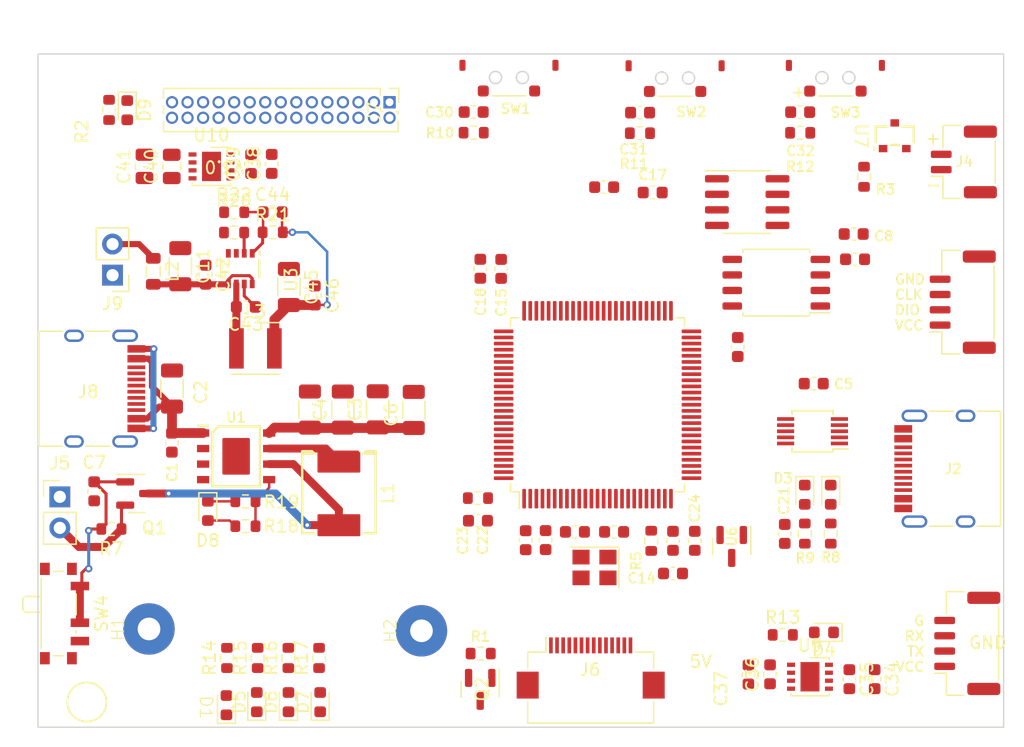
<source format=kicad_pcb>
(kicad_pcb (version 20221018) (generator pcbnew)
  (layers (0 "F.Cu" signal) (31 "B.Cu" signal) (34 "B.Paste" user) (35 "F.Paste" user) (36 "B.SilkS" user "B.Silkscreen") (37 "F.SilkS" user "F.Silkscreen") (38 "B.Mask" user) (39 "F.Mask" user) (44 "Edge.Cuts" user))
  (net 0 "")
  (net 1 "+5V")
  (net 2 "GND")
  (net 3 "VCC")
  (net 4 "LCD_3V3")
  (net 5 "/MCU/OSC_IN")
  (net 6 "/MCU/OSC_OUT")
  (net 7 "Net-(U3-EN)")
  (net 8 "/Key&LED/LED1")
  (net 9 "Net-(U5-VCAP_2)")
  (net 10 "Net-(U5-VCAP_1)")
  (net 11 "/Key&LED/LED2")
  (net 12 "/MCU/TXD")
  (net 13 "/MCU/RXD")
  (net 14 "/MCU/SWDIO")
  (net 15 "/MCU/SWCLK")
  (net 16 "/Power&Port/CAN-")
  (net 17 "/Power&Port/CAN+")
  (net 18 "/Power&Port/DP")
  (net 19 "/Power&Port/DN")
  (net 20 "/MCU/LCD_RST")
  (net 21 "/MCU/LCD_A0")
  (net 22 "/MCU/LCD_MOSI")
  (net 23 "/MCU/LCD_CLK")
  (net 24 "/MCU/LCD_CS")
  (net 25 "/MCU/RESET")
  (net 26 "Net-(U3-BST)")
  (net 27 "Net-(U3-SW)")
  (net 28 "Net-(U3-FB)")
  (net 29 "/MCU/MCU_RXD")
  (net 30 "/MCU/MCU_TXD")
  (net 31 "/MCU/CAN_TX")
  (net 32 "/MCU/CAN_RX")
  (net 33 "Net-(D1-Cathode)")
  (net 34 "/MCU/TOUCH_CLK")
  (net 35 "/MCU/TOUCH_MISO")
  (net 36 "/MCU/TOUCH_MOSI")
  (net 37 "/MCU/TOUCH_CS")
  (net 38 "/MCU/TOUCH_INT")
  (net 39 "/Flash/SPI2_CS")
  (net 40 "/Flash/SPI2_SCK")
  (net 41 "/Flash/SPI2_MISO")
  (net 42 "/Flash/SPI2_MOSI")
  (net 43 "Net-(D1-Anode)")
  (net 44 "Net-(D2-A)")
  (net 45 "/MCU/LCD_LED")
  (net 46 "/Key&LED/KEY1")
  (net 47 "/Key&LED/KEY2")
  (net 48 "Net-(D3-A)")
  (net 53 "Net-(D4-A)")
  (net 54 "Net-(D5-Cathode)")
  (net 55 "Net-(D6-Anode)")
  (net 56 "Net-(U5-BOOT0)")
  (net 66 "Net-(D7-Cathode)")
  (net 67 "Net-(J6-Pin_2)")
  (net 68 "/MCU/LCD_DC")
  (net 69 "/MCU/LCD_CS0")
  (net 70 "/MCU/VREF")
  (net 71 "/MCU/KEY4")
  (net 72 "/MCU/KEY5")
  (net 74 "/MCU/I2C3_SCL")
  (net 76 "/MCU/I2C3_SDA")
  (net 82 "/MCU/TIM1_CH1")
  (net 85 "/MCU/TIM1_CH2")
  (net 86 "/MCU/TIM4_CH2")
  (net 89 "/MCU/TIM4_CH1")
  (net 90 "/MCU/TIM3_CH2")
  (net 93 "/MCU/TIM3_CH1")
  (net 105 "/MCU/ADC1_IN1")
  (net 106 "/MCU/ADC1_IN0")
  (net 107 "/MCU/ADC1_IN14")
  (net 108 "/MCU/ADC1_IN13")
  (net 109 "/Key&LED/KEY3")
  (net 112 "/MCU/ADC1_IN12")
  (net 113 "/MCU/ADC1_IN11")
  (net 114 "Net-(U3-FS)")
  (net 119 "Net-(U1-LED1)")
  (net 120 "Net-(U1-LED2)")
  (net 121 "Net-(U1-KEY)")
  (net 122 "/Power&Port/VBAT")
  (net 123 "Net-(U1-SW)")
  (net 124 "GND1")
  (net 125 "Net-(D8-Anode)")
  (net 126 "/Power&Port/VBAT+")
  (net 127 "BATE_5V")
  (net 128 "Net-(D9-A)")
  (net 129 "G")
  (footprint "Package_DFN_QFN:DFN-8-1EP_3x3mm_P0.65mm_EP1.55x2.4mm" (layer "F.Cu") (at 124.2975 92.755)
    (fp_text reference "U10")
    (fp_text value "~")
  )
  (footprint "PCM_004_GN_MIDDLE-SEMI_SMD:SOP-8EP_3949" (layer "F.Cu") (at 126.31 116.45)
    (fp_text reference "U1")
    (fp_text value "IP5306")
  )
  (footprint "Package_TO_SOT_SMD:SOT-23" (layer "F.Cu") (at 146.26 135.4975 -90)
    (fp_text reference "Q2")
    (fp_text value "SI2301")
  )
  (footprint "Package_DFN_QFN:DFN-8-1EP_3x3mm_P0.65mm_EP1.55x2.4mm" (layer "F.Cu") (at 173.2125 134.465)
    (fp_text reference "U9")
    (fp_text value "~")
  )
  (footprint "Inductor_SMD:L_0805_2012Metric" (layer "F.Cu") (at 119.54 101.33 -90)
    (fp_text reference "L2")
    (fp_text value "600r")
  )
  (footprint "LED_SMD:LED_0603_1608Metric" (layer "F.Cu") (at 172.783 119.5875 -90)
    (fp_text reference "D3")
    (fp_text value "LED")
  )
  (footprint "Package_SO:SOIC-8_3.9x4.9mm_P1.27mm" (layer "F.Cu") (at 168.08 95.67)
    (fp_text reference "U4" hide)
    (fp_text value "TJA1051T-3")
  )
  (footprint "LED_SMD:LED_0603_1608Metric" (layer "F.Cu") (at 130.59 136.54 90)
    (fp_text reference "D6")
    (fp_text value " ")
  )
  (footprint "Capacitor_SMD:C_0603_1608Metric" (layer "F.Cu") (at 156.39 94.45)
    (fp_text reference "C9" hide)
    (fp_text value "100n" hide)
  )
  (footprint "Button_Switch_SMD:SW_SPDT_PCM12" (layer "F.Cu") (at 112.11 129.3 -90)
    (fp_text reference "SW4")
    (fp_text value "SW_SPDT")
  )
  (footprint "Capacitor_SMD:C_0603_1608Metric" (layer "F.Cu") (at 172.41 88.32 180)
    (fp_text reference "C32")
    (fp_text value "100n")
  )
  (footprint "debugger:button" (layer "F.Cu") (at 148.61 85.59 180)
    (fp_text reference "SW1")
    (fp_text value "SW_Push")
    (fp_circle (center -1.1 0.1) (end -0.6 0.1) (stroke (width 0.12)) (fill none) (layer "Edge.Cuts"))
    (fp_circle (center 1.1 0.1) (end 1.6 0.1) (stroke (width 0.12)) (fill none) (layer "Edge.Cuts"))
  )
  (footprint "PCM_003_GN_SMALL-SEMI_SMD:SOT-23" (layer "F.Cu") (at 180.1375 90.25 -90)
    (fp_text reference "U7")
    (fp_text value "pesd1can")
  )
  (footprint "Connector_FFC-FPC:Hirose_FH12-14S-0.5SH_1x14-1MP_P0.50mm_Horizontal" (layer "F.Cu") (at 155.29 133.75)
    (fp_text reference "J6")
    (fp_text value "Conn_01x14")
  )
  (footprint "Connector_JST:JST_GH_SM04B-GHS-TB_1x04-1MP_P1.25mm_Horizontal" (layer "F.Cu") (at 185.7 103.85 90)
    (fp_text reference "J3" hide)
    (fp_text value "Conn_01x04")
  )
  (footprint "Resistor_SMD:R_0603_1608Metric" (layer "F.Cu") (at 177.63 93.6 -90)
    (fp_text reference "R3")
    (fp_text value "120" hide)
  )
  (footprint "Capacitor_SMD:C_1206_3216Metric" (layer "F.Cu") (at 132.34 112.63 90)
    (fp_text reference "C10" hide)
    (fp_text value "22u")
  )
  (footprint "Capacitor_SMD:C_0603_1608Metric" (layer "F.Cu") (at 132.745 103.3 -90)
    (fp_text reference "C46")
    (fp_text value "104")
  )
  (footprint "Capacitor_SMD:C_0603_1608Metric" (layer "F.Cu") (at 146.27 101.12 90)
    (fp_text reference "C18")
    (fp_text value "100n")
  )
  (footprint "debugger:button" (layer "F.Cu") (at 175.29 85.6 180)
    (fp_text reference "SW3")
    (fp_text value "SW_Push")
    (fp_circle (center -1.1 0.1) (end -0.6 0.1) (stroke (width 0.12)) (fill none) (layer "Edge.Cuts"))
    (fp_circle (center 1.1 0.1) (end 1.6 0.1) (stroke (width 0.12)) (fill none) (layer "Edge.Cuts"))
  )
  (footprint "Capacitor_SMD:C_0603_1608Metric" (layer "F.Cu") (at 149.975 123.305 -90)
    (fp_text reference "C23")
    (fp_text value "100n")
  )
  (footprint "Capacitor_SMD:C_0603_1608Metric" (layer "F.Cu") (at 167.31 107.515 90)
    (fp_text reference "C16" hide)
    (fp_text value "2.2u")
  )
  (footprint "PCM_008_GN_POWER-CHOKE_SMD:MC-0630" (layer "F.Cu") (at 134.71 119.48 90)
    (fp_text reference "L1")
    (fp_text value "1u")
  )
  (footprint "Connector_PinHeader_1.27mm:PinHeader_2x15_P1.27mm_Vertical" (layer "F.Cu") (at 138.85 87.51 -90)
    (fp_text reference "J7")
    (fp_text value "axt430124")
  )
  (footprint "LED_SMD:LED_0603_1608Metric" (layer "F.Cu") (at 125.52 136.79 90)
    (fp_text reference "D1" hide)
    (fp_text value " ")
  )
  (footprint "Resistor_SMD:R_0603_1608Metric" (layer "F.Cu") (at 133.09 132.93 90)
    (fp_text reference "R17")
    (fp_text value "10k")
  )
  (footprint "Resistor_SMD:R_0603_1608Metric" (layer "F.Cu") (at 126.14 98.16 180)
    (fp_text reference "R20")
    (fp_text value "200K")
  )
  (footprint "Capacitor_SMD:C_0603_1608Metric" (layer "F.Cu") (at 159.325 88.36 180)
    (fp_text reference "C31")
    (fp_text value "100n")
  )
  (footprint "Capacitor_SMD:C_0603_1608Metric" (layer "F.Cu") (at 123.82 101.605 -90)
    (fp_text reference "C42")
    (fp_text value "100n")
  )
  (footprint "Resistor_SMD:R_0603_1608Metric" (layer "F.Cu") (at 127.07 120.13)
    (fp_text reference "R19")
    (fp_text value "10k")
  )
  (footprint "Capacitor_SMD:C_0603_1608Metric" (layer "F.Cu") (at 129.22 92.55 90)
    (fp_text reference "C38")
    (fp_text value "4.7u")
  )
  (footprint "Capacitor_SMD:C_0603_1608Metric" (layer "F.Cu") (at 176.895 100.345 180)
    (fp_text reference "C33" hide)
    (fp_text value "100n")
  )
  (footprint "Connector_JST:JST_GH_SM04B-GHS-TB_1x04-1MP_P1.25mm_Horizontal" (layer "F.Cu") (at 186.07 131.74 90)
    (fp_text reference "J1" hide)
    (fp_text value "Conn_01x04")
  )
  (footprint "Package_TO_SOT_SMD:SOT-23" (layer "F.Cu") (at 118.18 119.49)
    (fp_text reference "Q1")
    (fp_text value "AO3407")
  )
  (footprint "PCM_003_GN_SMALL-SEMI_SMD:SOT-23-8" (layer "F.Cu") (at 126.65 101.11 90)
    (fp_text reference "U3")
    (fp_text value "SY8303")
  )
  (footprint "Capacitor_SMD:C_0603_1608Metric" (layer "F.Cu") (at 127.53 92.56 90)
    (fp_text reference "C39")
    (fp_text value "100n")
  )
  (footprint "Connector_USB:USB_C_Receptacle_HRO_TYPE-C-31-M-12" (layer "F.Cu") (at 184.88 117.46 90)
    (fp_text reference "J2")
    (fp_text value "USB_C_Receptacle_USB2.0")
  )
  (footprint "Capacitor_SMD:C_0603_1608Metric" (layer "F.Cu") (at 171.15 122.79 -90)
    (fp_text reference "C21")
    (fp_text value "100n")
  )
  (footprint "Resistor_SMD:R_0603_1608Metric" (layer "F.Cu") (at 172.41 90.01)
    (fp_text reference "R12")
    (fp_text value "1k")
  )
  (footprint "Connector_USB:USB_C_Receptacle_HRO_TYPE-C-31-M-12" (layer "F.Cu") (at 114.11 110.92 -90)
    (fp_text reference "J8")
    (fp_text value "USB_C_Receptacle_USB2.0")
  )
  (footprint "Capacitor_SMD:C_0603_1608Metric" (layer "F.Cu") (at 151.605 123.295 -90)
    (fp_text reference "C22")
    (fp_text value "100n")
  )
  (footprint "Resistor_SMD:R_0603_1608Metric" (layer "F.Cu") (at 128.07 132.93 90)
    (fp_text reference "R15")
    (fp_text value "10k")
  )
  (footprint "Resistor_SMD:R_0603_1608Metric" (layer "F.Cu") (at 146.075 119.865)
    (fp_text reference "R6" hide)
    (fp_text value "10K")
  )
  (footprint "Resistor_SMD:R_0603_1608Metric" (layer "F.Cu") (at 170.99 131.045)
    (fp_text reference "R13")
    (fp_text value "1K")
  )
  (footprint "Inductor_SMD_Wurth:L_Wurth_WE-LQSH-4020" (layer "F.Cu") (at 127.885 107.63)
    (fp_text reference "L3")
    (fp_text value "2.2uh")
  )
  (footprint "Capacitor_SMD:C_0603_1608Metric" (layer "F.Cu") (at 169.95 134.265 90)
    (fp_text reference "C36")
    (fp_text value "4.7u")
  )
  (footprint "Capacitor_SMD:C_1206_3216Metric" (layer "F.Cu") (at 130.625 102.61 -90)
    (fp_text reference "C45")
    (fp_text value "22uf 0603")
  )
  (footprint "Capacitor_SMD:C_0603_1608Metric" (layer "F.Cu") (at 176.785 98.28)
    (fp_text reference "C8")
    (fp_text value "100n" hide)
  )
  (footprint "Capacitor_SMD:C_0603_1608Metric" (layer "F.Cu") (at 162.015 126.025 180)
    (fp_text reference "C14")
    (fp_text value "100n")
  )
  (footprint "LED_SMD:LED_0603_1608Metric" (layer "F.Cu") (at 133.18 136.54 90)
    (fp_text reference "D7")
    (fp_text value " ")
  )
  (footprint "debugger:button" (layer "F.Cu") (at 162.19 85.63 180)
    (fp_text reference "SW2")
    (fp_text value "SW_Push")
    (fp_circle (center -1.1 0.1) (end -0.6 0.1) (stroke (width 0.12)) (fill none) (layer "Edge.Cuts"))
    (fp_circle (center 1.1 0.1) (end 1.6 0.1) (stroke (width 0.12)) (fill none) (layer "Edge.Cuts"))
  )
  (footprint "Resistor_SMD:R_0603_1608Metric" (layer "F.Cu") (at 146.3 132.57 180)
    (fp_text reference "R1")
    (fp_text value "10K")
  )
  (footprint "Capacitor_SMD:C_0603_1608Metric" (layer "F.Cu") (at 168.18 134.285 90)
    (fp_text reference "C37")
    (fp_text value "100n")
  )
  (footprint "Capacitor_SMD:C_1206_3216Metric" (layer "F.Cu") (at 121.07 110.91 -90)
    (fp_text reference "C2")
    (fp_text value "10u")
  )
  (footprint "LED_SMD:LED_0603_1608Metric" (layer "F.Cu") (at 174.35 130.84 180)
    (fp_text reference "D4")
    (fp_text value "LED")
  )
  (footprint "Connector_JST:JST_GH_SM02B-GHS-TB_1x02-1MP_P1.25mm_Horizontal" (layer "F.Cu") (at 185.79 92.39 90)
    (fp_text reference "J4")
    (fp_text value "Conn_01x02")
  )
  (footprint "Capacitor_SMD:C_0603_1608Metric" (layer "F.Cu") (at 173.52 110.51)
    (fp_text reference "C5")
    (fp_text value "100n")
  )
  (footprint "Resistor_SMD:R_0603_1608Metric" (layer "F.Cu") (at 145.725 90)
    (fp_text reference "R10")
    (fp_text value "1k" hide)
  )
  (footprint "Capacitor_SMD:C_0603_1608Metric" (layer "F.Cu") (at 163.795 123.355 -90)
    (fp_text reference "C24")
    (fp_text value "100n" hide)
  )
  (footprint "Capacitor_SMD:C_0603_1608Metric" (layer "F.Cu") (at 129.29 96.49)
    (fp_text reference "C44")
    (fp_text value "101")
  )
  (footprint "Capacitor_SMD:C_0603_1608Metric" (layer "F.Cu") (at 154 122.625 180)
    (fp_text reference "C13" hide)
    (fp_text value "12p")
  )
  (footprint "Resistor_SMD:R_0603_1608Metric" (layer "F.Cu") (at 174.91 122.765 90)
    (fp_text reference "R8")
    (fp_text value "1k")
  )
  (footprint "Capacitor_SMD:C_0603_1608Metric" (layer "F.Cu") (at 145.725 88.31 180)
    (fp_text reference "C30")
    (fp_text value "100n")
  )
  (footprint "Resistor_SMD:R_0603_1608Metric" (layer "F.Cu") (at 130.58 132.93 90)
    (fp_text reference "R16")
    (fp_text value "10k")
  )
  (footprint "Connector_PinHeader_2.54mm:PinHeader_1x02_P2.54mm_Vertical" (layer "F.Cu") (at 116.21 101.645 180)
    (fp_text reference "J9")
    (fp_text value "Conn_01x02")
  )
  (footprint "Capacitor_SMD:C_0603_1608Metric" (layer "F.Cu") (at 121.06 115.33 90)
    (fp_text reference "C1")
    (fp_text value "100n")
  )
  (footprint "Resistor_SMD:R_0603_1608Metric" (layer "F.Cu") (at 159.315 90.04)
    (fp_text reference "R11")
    (fp_text value "1k")
  )
  (footprint "LED_SMD:LED_0603_1608Metric" (layer "F.Cu") (at 117.41 88.16 -90)
    (fp_text reference "D9")
    (fp_text value "LED")
  )
  (footprint "LED_SMD:LED_0603_1608Metric" (layer "F.Cu") (at 128 136.54 90)
    (fp_text reference "D5")
    (fp_text value " ")
  )
  (footprint "Connector_PinHeader_2.54mm:PinHeader_1x02_P2.54mm_Vertical" (layer "F.Cu") (at 111.9 119.76)
    (fp_text reference "J5")
    (fp_text value "Conn_01x02")
  )
  (footprint "Resistor_SMD:R_0603_1608Metric" (layer "F.Cu") (at 125.56 132.93 90)
    (fp_text reference "R14")
    (fp_text value "10k")
  )
  (footprint "Resistor_SMD:R_0603_1608Metric" (layer "F.Cu") (at 116.1175 122.39)
    (fp_text reference "R7")
    (fp_text value "10k")
  )
  (footprint "ic:mo" (layer "F.Cu") (at 141.46 130.71 90)
    (fp_text reference "H2")
    (fp_text value "MountingHole")
  )
  (footprint "Resistor_SMD:R_0603_1608Metric" (layer "F.Cu") (at 126.15 96.5)
    (fp_text reference "R22")
    (fp_text value "30k")
  )
  (footprint "Capacitor_SMD:C_0603_1608Metric" (layer "F.Cu") (at 114.7075 119.31 -90)
    (fp_text reference "C7")
    (fp_text value "100n")
  )
  (footprint "Resistor_SMD:R_0603_1608Metric" (layer "F.Cu") (at 115.925 88.1375 -90)
    (fp_text reference "R2")
    (fp_text value "1K")
  )
  (footprint "Capacitor_SMD:C_0805_2012Metric" (layer "F.Cu") (at 121.0475 92.755 90)
    (fp_text reference "C40")
    (fp_text value "4.7u")
  )
  (footprint "Package_TO_SOT_SMD:SOT-23" (layer "F.Cu") (at 166.815 123.8175 -90)
    (fp_text reference "U6")
    (fp_text value "REF3030")
  )
  (footprint "LED_SMD:LED_0603_1608Metric" (layer "F.Cu") (at 124 120.91 -90)
    (fp_text reference "D8")
    (fp_text value " ")
  )
  (footprint "Resistor_SMD:R_0603_1608Metric" (layer "F.Cu") (at 172.79 122.765 90)
    (fp_text reference "R9")
    (fp_text value "1k")
  )
  (footprint "Package_SO:MSOP-10_3x3mm_P0.5mm" (layer "F.Cu") (at 173.42 114.4 180)
    (fp_text reference "U2" hide)
    (fp_text value "CH340E")
  )
  (footprint "Package_QFP:LQFP-100_14x14mm_P0.5mm" (layer "F.Cu") (at 155.85 112.235 90)
    (fp_text reference "U5" hide)
    (fp_text value "STM32F407VETx")
  )
  (footprint "Capacitor_SMD:C_1206_3216Metric" (layer "F.Cu") (at 137.88 112.61 90)
    (fp_text reference "C3")
    (fp_text value "22u")
  )
  (footprint "Package_SO:SOIC-8_5.23x5.23mm_P1.27mm" (layer "F.Cu") (at 170.46 102.26 180)
    (fp_text reference "U8" hide)
    (fp_text value "W25Q32JVSS")
  )
  (footprint "Capacitor_SMD:C_0603_1608Metric" (layer "F.Cu") (at 162.015 123.355 -90)
    (fp_text reference "C19" hide)
    (fp_text value "100n" hide)
  )
  (footprint "Capacitor_SMD:C_0805_2012Metric" (layer "F.Cu") (at 118.82 92.75 90)
    (fp_text reference "C41")
    (fp_text value "100n")
  )
  (footprint "Capacitor_SMD:C_0603_1608Metric" (layer "F.Cu") (at 160.355 94.89)
    (fp_text reference "C17")
    (fp_text value "100n")
  )
  (footprint "Capacitor_SMD:C_0603_1608Metric" (layer "F.Cu") (at 157.2 122.625)
    (fp_text reference "C12" hide)
    (fp_text value "12p" hide)
  )
  (footprint "LED_SMD:LED_0603_1608Metric" (layer "F.Cu") (at 174.906 119.5875 -90)
    (fp_text reference "D2" hide)
    (fp_text value "LED")
  )
  (footprint "Crystal:Crystal_SMD_3225-4Pin_3.2x2.5mm" (layer "F.Cu") (at 155.6 125.535 180)
    (fp_text reference "Y1" hide)
    (fp_text value "12M")
  )
  (footprint "Capacitor_SMD:C_0603_1608Metric" (layer "F.Cu") (at 178.5 134.665 -90)
    (fp_text reference "C34")
    (fp_text value "4.7u")
  )
  (footprint "ic:mo" (layer "F.Cu") (at 119.19 130.56 90)
    (fp_text reference "H1")
    (fp_text value "MountingHole")
  )
  (footprint "Resistor_SMD:R_0603_1608Metric" (layer "F.Cu") (at 129.3 98.14)
    (fp_text reference "R21")
    (fp_text value "220K")
  )
  (footprint "Capacitor_SMD:C_0603_1608Metric" (layer "F.Cu") (at 147.97 101.13 -90)
    (fp_text reference "C15")
    (fp_text value "2.2u")
  )
  (footprint "Resistor_SMD:R_0603_1608Metric" (layer "F.Cu") (at 127.07 122.16)
    (fp_text reference "R18")
    (fp_text value "10k")
  )
  (footprint "Capacitor_SMD:C_1206_3216Metric" (layer "F.Cu") (at 140.83 112.66 90)
    (fp_text reference "C6")
    (fp_text value "22u")
  )
  (footprint "Capacitor_SMD:C_1206_3216Metric" (layer "F.Cu") (at 121.75 100.91 -90)
    (fp_text reference "C11")
    (fp_text value "106 1206")
  )
  (footprint "Capacitor_SMD:C_1206_3216Metric" (layer "F.Cu") (at 135.03 112.63 90)
    (fp_text reference "C4")
    (fp_text value "22u")
  )
  (footprint "Capacitor_SMD:C_0603_1608Metric" (layer "F.Cu") (at 146.075 121.713 180)
    (fp_text reference "C20" hide)
    (fp_text value "100n" hide)
  )
  (footprint "Capacitor_SMD:C_0603_1608Metric" (layer "F.Cu") (at 127.105 104.24 180)
    (fp_text reference "C43")
    (fp_text value "103")
  )
  (footprint "Resistor_SMD:R_0603_1608Metric" (layer "F.Cu") (at 160.235 123.355 -90)
    (fp_text reference "R5")
    (fp_text value "10k")
  )
  (footprint "Capacitor_SMD:C_0603_1608Metric" (layer "F.Cu") (at 176.43 134.665 -90)
    (fp_text reference "C35")
    (fp_text value "100n")
  )
  (gr_circle (center 114.11 136.53) (end 115.71 136.53) (stroke (width 0.15)) (fill none) (layer "F.SilkS"))
  (gr_rect (start 110.117 83.566) (end 189.04 138.59) (stroke (width 0.1)) (fill none) (layer "Edge.Cuts"))
  (gr_text "VCC" (at 181.392858 133.653334) (layer "F.SilkS") (effects (font (size 0.8 0.8))))
  (gr_text "+" (at 172.2792 86.657) (layer "F.SilkS") (effects (font (size 1 1))))
  (gr_text "RX" (at 181.754762 131.146667) (layer "F.SilkS") (effects (font (size 0.8 0.8))))
  (gr_text "+" (at 182.56 91.03) (layer "F.SilkS") (effects (font (size 1 1)) (justify left bottom)))
  (gr_text "DIO" (at 181.176666 104.491666) (layer "F.SilkS") (effects (font (size 0.8 0.8))))
  (gr_text "G\n" (at 182.135715 129.893334) (layer "F.SilkS") (effects (font (size 0.8 0.8))))
  (gr_text "CLK" (at 181.290952 103.238333) (layer "F.SilkS") (effects (font (size 0.8 0.8))))
  (gr_text "TX" (at 181.85 132.4) (layer "F.SilkS") (effects (font (size 0.8 0.8))))
  (gr_text "5V" (at 163.28 133.81) (layer "F.SilkS") (effects (font (size 1 1)) (justify left bottom)))
  (gr_text "-" (at 182.59 94.83) (layer "F.SilkS") (effects (font (size 1 1)) (justify left bottom)))
  (gr_text "VCC" (at 181.31 105.745) (layer "F.SilkS") (effects (font (size 0.8 0.8))))
  (gr_text "GND" (at 186.12 132.27) (layer "F.SilkS") (effects (font (size 1 1)) (justify left bottom)))
  (gr_text "GND" (at 181.38619 101.985) (layer "F.SilkS") (effects (font (size 0.8 0.8))))
  (gr_text "V3.0\n" (at 125.35 92.78 180) (layer "F.SilkS") (effects (font (size 1 1))))
  (segment (start 132.34 114.105) (end 129.45 114.105) (width 0.8) (layer "F.Cu") (net 1))
  (segment (start 130.025 98.04) (end 130.125 98.14) (width 0.2032) (layer "F.Cu") (net 1))
  (segment (start 130.125 98.14) (end 130.91 98.14) (width 0.2032) (layer "F.Cu") (net 1))
  (segment (start 129.435 107.63) (end 129.435 105.275) (width 0.8) (layer "F.Cu") (net 1))
  (segment (start 130.625 104.085) (end 132.735 104.085) (width 0.8) (layer "F.Cu") (net 1))
  (segment (start 130.065 96.49) (end 130.065 98.08) (width 0.2032) (layer "F.Cu") (net 1))
  (segment (start 132.735 104.085) (end 132.745 104.075) (width 0.65) (layer "F.Cu") (net 1))
  (segment (start 132.75 104.07) (end 132.745 104.075) (width 0.2032) (layer "F.Cu") (net 1))
  (segment (start 133.75 104.07) (end 132.75 104.07) (width 0.2032) (layer "F.Cu") (net 1))
  (segment (start 129.45 114.105) (end 129.01 114.545) (width 0.8) (layer "F.Cu") (net 1))
  (segment (start 140.83 114.135) (end 132.37 114.135) (width 0.8) (layer "F.Cu") (net 1))
  (segment (start 130.065 98.08) (end 130.125 98.14) (width 0.2032) (layer "F.Cu") (net 1))
  (segment (start 132.37 114.135) (end 132.34 114.105) (width 0.8) (layer "F.Cu") (net 1))
  (segment (start 129.435 105.275) (end 130.625 104.085) (width 0.8) (layer "F.Cu") (net 1))
  (via (at 133.75 104.07) (size 0.6) (drill 0.3) (layers "F.Cu" "B.Cu") (net 1))
  (via (at 130.91 98.14) (size 0.6) (drill 0.3) (layers "F.Cu" "B.Cu") (net 1))
  (segment (start 132.16 98.14) (end 133.75 99.73) (width 0.2032) (layer "B.Cu") (net 1))
  (segment (start 133.75 99.73) (end 133.75 104.07) (width 0.2032) (layer "B.Cu") (net 1))
  (segment (start 130.91 98.14) (end 132.16 98.14) (width 0.2032) (layer "B.Cu") (net 1))
  (segment (start 118.155 107.67) (end 119.58 107.67) (width 0.5) (layer "F.Cu") (net 2))
  (segment (start 118.155 114.17) (end 119.55 114.17) (width 0.5) (layer "F.Cu") (net 2))
  (segment (start 126.245 120.13) (end 124.0075 120.13) (width 0.2032) (layer "F.Cu") (net 2))
  (segment (start 124.0075 120.13) (end 124 120.1225) (width 0.2032) (layer "F.Cu") (net 2))
  (via (at 119.55 114.17) (size 0.6) (drill 0.3) (layers "F.Cu" "B.Cu") (net 2))
  (via (at 119.58 107.67) (size 0.6) (drill 0.3) (layers "F.Cu" "B.Cu") (net 2))
  (segment (start 119.55 114.17) (end 119.55 107.7) (width 0.5) (layer "B.Cu") (net 2))
  (segment (start 119.55 107.7) (end 119.58 107.67) (width 0.5) (layer "B.Cu") (net 2))
  (segment (start 118.3775 99.105) (end 119.54 100.2675) (width 0.5) (layer "F.Cu") (net 3))
  (segment (start 116.21 99.105) (end 118.3775 99.105) (width 0.5) (layer "F.Cu") (net 3))
  (segment (start 125.675 102.012096) (end 126.002096 101.685) (width 0.25) (layer "F.Cu") (net 7))
  (segment (start 125.675 102.36) (end 125.675 102.012096) (width 0.25) (layer "F.Cu") (net 7))
  (segment (start 126.002096 101.685) (end 127.395 101.685) (width 0.25) (layer "F.Cu") (net 7))
  (segment (start 127.625 101.915) (end 127.625 102.36) (width 0.25) (layer "F.Cu") (net 7))
  (segment (start 119.54 102.3925) (end 125.625 102.3925) (width 0.5) (layer "F.Cu") (net 7))
  (segment (start 125.625 102.3925) (end 125.625 102.36) (width 0.5) (layer "F.Cu") (net 7))
  (segment (start 127.395 101.685) (end 127.625 101.915) (width 0.25) (layer "F.Cu") (net 7))
  (segment (start 126.975 102.36) (end 126.975 103.335) (width 0.25) (layer "F.Cu") (net 26))
  (segment (start 126.975 103.335) (end 127.88 104.24) (width 0.25) (layer "F.Cu") (net 26))
  (segment (start 126.325 102.36) (end 126.325 104.235) (width 0.5) (layer "F.Cu") (net 27))
  (segment (start 126.33 107.625) (end 126.335 107.63) (width 0.5) (layer "F.Cu") (net 27))
  (segment (start 126.325 104.235) (end 126.33 104.24) (width 0.5) (layer "F.Cu") (net 27))
  (segment (start 126.33 104.24) (end 126.33 107.625) (width 0.65) (layer "F.Cu") (net 27))
  (segment (start 128.475 99.01) (end 127.625 99.86) (width 0.25) (layer "F.Cu") (net 28))
  (segment (start 126.985 96.49) (end 126.975 96.5) (width 0.2032) (layer "F.Cu") (net 28))
  (segment (start 128.515 96.49) (end 128.515 98.1) (width 0.2032) (layer "F.Cu") (net 28))
  (segment (start 128.465 96.5) (end 128.475 96.49) (width 0.25) (layer "F.Cu") (net 28))
  (segment (start 128.515 98.1) (end 128.475 98.14) (width 0.2032) (layer "F.Cu") (net 28))
  (segment (start 128.475 98.14) (end 128.475 99.01) (width 0.25) (layer "F.Cu") (net 28))
  (segment (start 128.515 96.49) (end 126.985 96.49) (width 0.2032) (layer "F.Cu") (net 28))
  (segment (start 126.965 98.16) (end 126.965 99.85) (width 0.25) (layer "F.Cu") (net 114))
  (segment (start 126.965 99.85) (end 126.975 99.86) (width 0.25) (layer "F.Cu") (net 114))
  (segment (start 127.895 120.13) (end 127.895 122.16) (width 0.2032) (layer "F.Cu") (net 121))
  (segment (start 129.01 119.015) (end 127.895 120.13) (width 0.2032) (layer "F.Cu") (net 121))
  (segment (start 129.01 118.355) (end 129.01 119.015) (width 0.2032) (layer "F.Cu") (net 121))
  (segment (start 130.985 117.085) (end 134.71 120.81) (width 0.65) (layer "F.Cu") (net 122))
  (segment (start 132.12 122.07) (end 134.699999 122.07) (width 0.65) (layer "F.Cu") (net 122))
  (segment (start 134.699999 122.07) (end 134.71 122.080001) (width 0.65) (layer "F.Cu") (net 122))
  (segment (start 134.71 120.81) (end 134.71 122.080001) (width 0.65) (layer "F.Cu") (net 122))
  (segment (start 129.01 117.085) (end 130.985 117.085) (width 0.65) (layer "F.Cu") (net 122))
  (segment (start 119.1175 119.49) (end 120.8 119.49) (width 0.65) (layer "F.Cu") (net 122))
  (via (at 132.12 122.07) (size 0.6) (drill 0.3) (layers "F.Cu" "B.Cu") (net 122))
  (via (at 120.8 119.49) (size 0.6) (drill 0.3) (layers "F.Cu" "B.Cu") (net 122))
  (segment (start 120.8 119.49) (end 129.54 119.49) (width 0.65) (layer "B.Cu") (net 122))
  (segment (start 129.54 119.49) (end 132.12 122.07) (width 0.65) (layer "B.Cu") (net 122))
  (segment (start 133.645001 115.815) (end 134.71 116.879999) (width 0.65) (layer "F.Cu") (net 123))
  (segment (start 129.01 115.815) (end 133.645001 115.815) (width 0.65) (layer "F.Cu") (net 123))
  (segment (start 125.7825 121.6975) (end 126.245 122.16) (width 0.2032) (layer "F.Cu") (net 125))
  (segment (start 124 121.6975) (end 125.7825 121.6975) (width 0.2032) (layer "F.Cu") (net 125))
  (segment (start 113.46 123.86) (end 115.4725 123.86) (width 0.65) (layer "F.Cu") (net 126))
  (segment (start 116.9425 120.74) (end 117.2425 120.44) (width 0.25) (layer "F.Cu") (net 126))
  (segment (start 111.9 122.3) (end 113.46 123.86) (width 0.65) (layer "F.Cu") (net 126))
  (segment (start 115.4725 123.86) (end 116.9425 122.39) (width 0.65) (layer "F.Cu") (net 126))
  (segment (start 116.9425 122.39) (end 116.9425 120.74) (width 0.25) (layer "F.Cu") (net 126))
  (segment (start 118.155 113.37) (end 119.04 113.37) (width 0.5) (layer "F.Cu") (net 127))
  (segment (start 118.155 108.47) (end 119.15 108.47) (width 0.5) (layer "F.Cu") (net 127))
  (segment (start 120.025 112.385) (end 121.07 112.385) (width 0.5) (layer "F.Cu") (net 127))
  (segment (start 121.07 114.545) (end 121.06 114.555) (width 0.8) (layer "F.Cu") (net 127))
  (segment (start 121.07 112.385) (end 121.07 114.545) (width 0.8) (layer "F.Cu") (net 127))
  (segment (start 123.61 114.545) (end 121.07 114.545) (width 0.8) (layer "F.Cu") (net 127))
  (segment (start 119.04 113.37) (end 120.025 112.385) (width 0.5) (layer "F.Cu") (net 127))
  (segment (start 119.43 110.745) (end 121.07 112.385) (width 0.5) (layer "F.Cu") (net 127))
  (segment (start 119.15 108.47) (end 119.43 108.75) (width 0.5) (layer "F.Cu") (net 127))
  (segment (start 119.43 108.75) (end 119.43 110.745) (width 0.5) (layer "F.Cu") (net 127))
  (segment (start 113.7 125.97) (end 113.7 126.89) (width 0.25) (layer "F.Cu") (net 129))
  (segment (start 115.2925 122.39) (end 114.39 122.39) (width 0.25) (layer "F.Cu") (net 129))
  (segment (start 115.68 122.0025) (end 115.2925 122.39) (width 0.25) (layer "F.Cu") (net 129))
  (segment (start 114.7075 118.535) (end 115.68 119.5075) (width 0.25) (layer "F.Cu") (net 129))
  (segment (start 115.68 119.5075) (end 115.68 122.0025) (width 0.25) (layer "F.Cu") (net 129))
  (segment (start 114.04 125.63) (end 113.7 125.97) (width 0.25) (layer "F.Cu") (net 129))
  (segment (start 113.54 127.05) (end 113.54 130.05) (width 0.65) (layer "F.Cu") (net 129))
  (segment (start 114.26 125.63) (end 114.04 125.63) (width 0.25) (layer "F.Cu") (net 129))
  (segment (start 114.7075 118.535) (end 117.2375 118.535) (width 0.25) (layer "F.Cu") (net 129))
  (segment (start 117.2375 118.535) (end 117.2425 118.54) (width 0.25) (layer "F.Cu") (net 129))
  (segment (start 114.39 122.39) (end 114.26 122.52) (width 0.25) (layer "F.Cu") (net 129))
  (segment (start 113.7 126.89) (end 113.54 127.05) (width 0.25) (layer "F.Cu") (net 129))
  (via (at 114.26 122.52) (size 0.6) (drill 0.3) (layers "F.Cu" "B.Cu") (net 129))
  (via (at 114.26 125.63) (size 0.6) (drill 0.3) (layers "F.Cu" "B.Cu") (net 129))
  (segment (start 114.26 125.63) (end 114.26 122.52) (width 0.25) (layer "B.Cu") (net 129))
)
</source>
